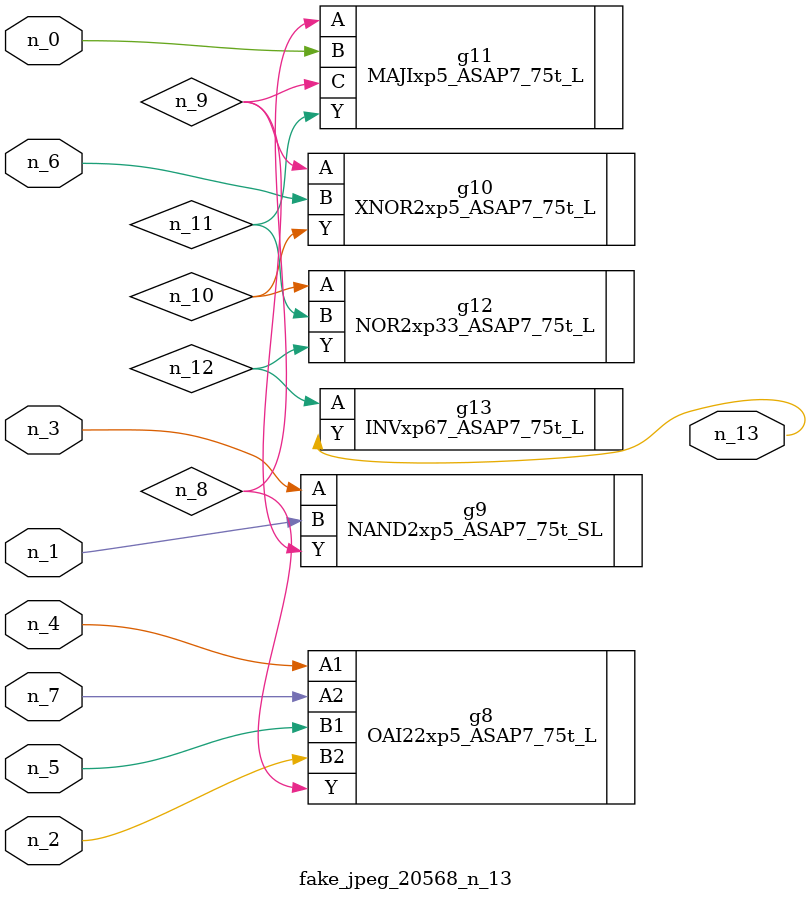
<source format=v>
module fake_jpeg_20568_n_13 (n_3, n_2, n_1, n_0, n_4, n_6, n_5, n_7, n_13);

input n_3;
input n_2;
input n_1;
input n_0;
input n_4;
input n_6;
input n_5;
input n_7;

output n_13;

wire n_11;
wire n_10;
wire n_12;
wire n_8;
wire n_9;

OAI22xp5_ASAP7_75t_L g8 ( 
.A1(n_4),
.A2(n_7),
.B1(n_5),
.B2(n_2),
.Y(n_8)
);

NAND2xp5_ASAP7_75t_SL g9 ( 
.A(n_3),
.B(n_1),
.Y(n_9)
);

XNOR2xp5_ASAP7_75t_L g10 ( 
.A(n_9),
.B(n_6),
.Y(n_10)
);

NOR2xp33_ASAP7_75t_L g12 ( 
.A(n_10),
.B(n_11),
.Y(n_12)
);

MAJIxp5_ASAP7_75t_L g11 ( 
.A(n_8),
.B(n_0),
.C(n_9),
.Y(n_11)
);

INVxp67_ASAP7_75t_L g13 ( 
.A(n_12),
.Y(n_13)
);


endmodule
</source>
